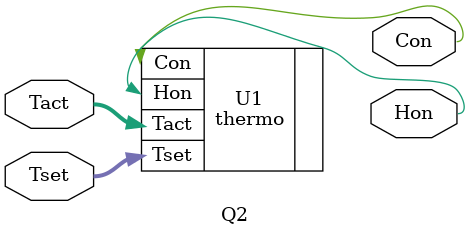
<source format=v>
`timescale 1ns / 1ps


module Q2 #(parameter SIZE=8)(
    // Part a
    input [SIZE-1:0] Tset, Tact,
    output Hon, Con);
    
    //Part b
    thermo U1(.Tset(Tset), .Tact(Tact), .Hon(Hon), .Con(Con));
    
endmodule

</source>
